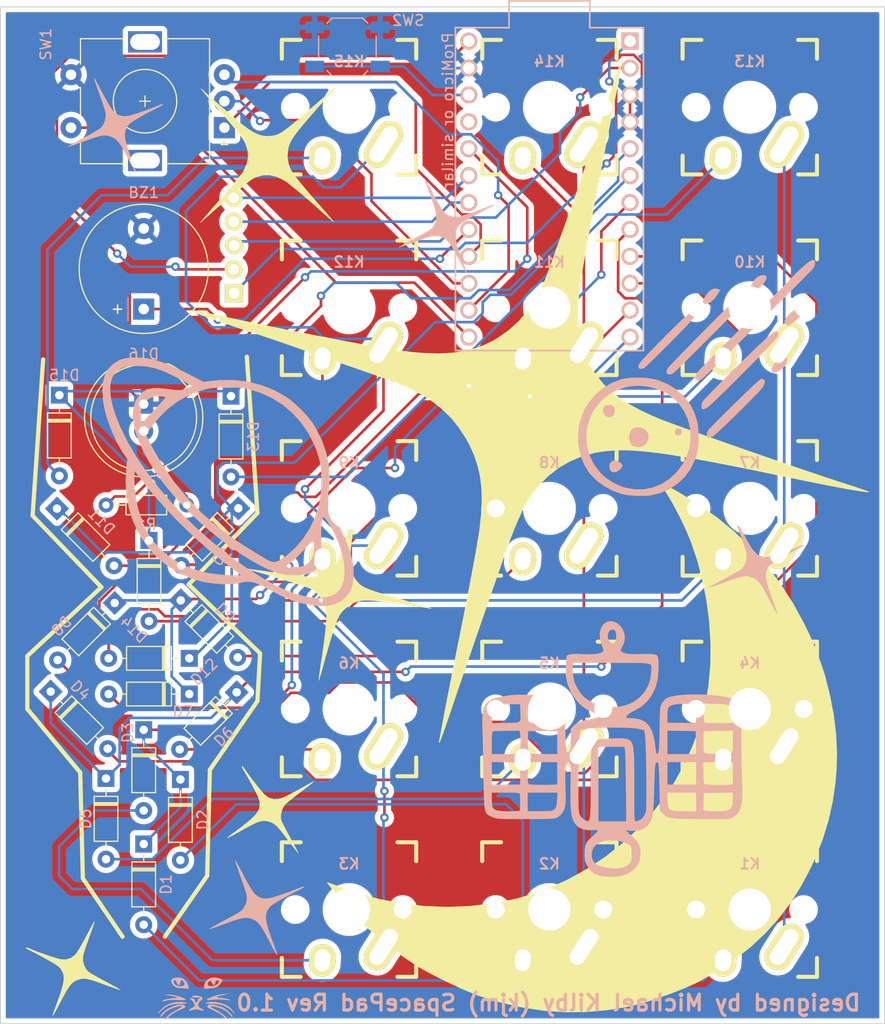
<source format=kicad_pcb>
(kicad_pcb (version 20211014) (generator pcbnew)
  (layers (0 "F.Cu" signal) (31 "B.Cu" signal) (34 "B.Paste" user) (35 "F.Paste" user) (36 "B.SilkS" user "B.Silkscreen") (37 "F.SilkS" user "F.Silkscreen") (38 "B.Mask" user) (39 "F.Mask" user) (44 "Edge.Cuts" user))
  (net 0 "")
  (net 1 "Net-(BZ1-Pad1)")
  (net 2 "+5V")
  (net 3 "Net-(D1-Pad1)")
  (net 4 "Net-(D1-Pad2)")
  (net 5 "Net-(D2-Pad2)")
  (net 6 "Net-(D3-Pad2)")
  (net 7 "Net-(D4-Pad1)")
  (net 8 "Net-(D4-Pad2)")
  (net 9 "Net-(D5-Pad2)")
  (net 10 "Net-(D6-Pad2)")
  (net 11 "Net-(D7-Pad1)")
  (net 12 "Net-(D7-Pad2)")
  (net 13 "Net-(D8-Pad2)")
  (net 14 "Net-(D9-Pad2)")
  (net 15 "Net-(D10-Pad1)")
  (net 16 "Net-(D10-Pad2)")
  (net 17 "Net-(D11-Pad2)")
  (net 18 "Net-(D12-Pad2)")
  (net 19 "Net-(D13-Pad1)")
  (net 20 "Net-(D13-Pad2)")
  (net 21 "Net-(D14-Pad2)")
  (net 22 "Net-(D15-Pad2)")
  (net 23 "Net-(D16-Pad2)")
  (net 24 "Net-(K1-Pad1)")
  (net 25 "Net-(K11-Pad1)")
  (net 26 "Net-(K12-Pad1)")
  (net 27 "Net-(SW1-PadA)")
  (net 28 "Net-(SW1-PadB)")
  (net 29 "Net-(SW1-PadC)")
  (net 30 "Net-(SW1-PadS2)")
  (net 31 "Net-(SW2-Pad1)")
  (net 32 "GND")
  (net 33 "Net-(J1-Pad1)")
  (net 34 "Net-(J2-Pad1)")
  (net 35 "Net-(J3-Pad1)")
  (net 36 "Net-(J4-Pad1)")
  (net 37 "Net-(J5-Pad1)")
  (net 38 "Net-(R1-Pad1)")
  (footprint "keebs:Mx_Alps_100" (layer "F.Cu") (at 138.09375 56.625 180)
    (fp_text reference "K11")
    (fp_text value "KEYSW" hide)
  )
  (footprint "keebs:Mx_Alps_100" (layer "F.Cu") (at 157.03125 75.5625 180)
    (fp_text reference "K7")
    (fp_text value "KEYSW" hide)
  )
  (footprint "Diode_THT:D_DO-35_SOD27_P7.62mm_Horizontal" (layer "F.Cu") (at 103.25 84.25 -45)
    (fp_text reference locked "D9")
    (fp_text value locked "1N4148")
  )
  (footprint "KiCad:moon" (layer "F.Cu") (at 140.5 100.75 110)
    (fp_text reference "G***" hide)
    (fp_text value "LOGO" hide)
  )
  (footprint "kilbyprints:star" (layer "F.Cu") (at 136.25 65.5 -15)
    (fp_text reference "G***" hide)
    (fp_text value "LOGO" hide)
  )
  (footprint "Diode_THT:D_DO-35_SOD27_P7.62mm_Horizontal" (layer "F.Cu") (at 103.21875 101.15625 -90)
    (fp_text reference "D2")
    (fp_text value "1N4148")
  )
  (footprint "keyboard_parts:PIN_1" (layer "F.Cu") (at 108.25 53)
    (fp_text reference "J3" hide)
    (fp_text value "Conn_01x01_Female" hide)
  )
  (footprint "LED_THT:LED_D10.0mm" (layer "F.Cu") (at 99.75 65.725 -90)
    (fp_text reference "D16")
    (fp_text value "LED")
  )
  (footprint "keebs:Mx_Alps_100" (layer "F.Cu") (at 138.09375 94.5 180)
    (fp_text reference "K5")
    (fp_text value "KEYSW" hide)
  )
  (footprint "keebs:Mx_Alps_100" (layer "F.Cu") (at 138.09375 37.6875 180)
    (fp_text reference "K14")
    (fp_text value "KEYSW" hide)
  )
  (footprint "Diode_THT:D_DO-35_SOD27_P7.62mm_Horizontal" (layer "F.Cu") (at 108.694077 75.555924 -135)
    (fp_text reference locked "D10")
    (fp_text value locked "1N4148")
  )
  (footprint "keebs:Mx_Alps_100" (layer "F.Cu") (at 119.15625 94.5 180)
    (fp_text reference "K6")
    (fp_text value "KEYSW" hide)
  )
  (footprint "Diode_THT:D_DO-35_SOD27_P7.62mm_Horizontal" (layer "F.Cu") (at 100.25 78.59625 -90)
    (fp_text reference "D14")
    (fp_text value "1N4148")
  )
  (footprint "Diode_THT:D_DO-35_SOD27_P7.62mm_Horizontal" (layer "F.Cu") (at 91.555924 75.587174 -45)
    (fp_text reference "D11")
    (fp_text value "1N4148")
  )
  (footprint "Diode_THT:D_DO-35_SOD27_P7.62mm_Horizontal" (layer "F.Cu") (at 96.1875 101.0625 -90)
    (fp_text reference "D5")
    (fp_text value "1N4148")
  )
  (footprint "Diode_THT:D_DO-35_SOD27_P7.62mm_Horizontal" (layer "F.Cu") (at 91.78125 64.875 -90)
    (fp_text reference "D15")
    (fp_text value "1N4148")
  )
  (footprint "keyboard_parts:PIN_1_SQUARE" (layer "F.Cu") (at 108.28125 55.25)
    (fp_text reference "J2" hide)
    (fp_text value "Conn_01x01_Female" hide)
  )
  (footprint "Diode_THT:D_DO-35_SOD27_P7.62mm_Horizontal" (layer "F.Cu") (at 108.537827 92.930924 -135)
    (fp_text reference locked "D6")
    (fp_text value locked "1N4148")
  )
  (footprint "keebs:Mx_Alps_100" (layer "F.Cu") (at 119.15625 37.6875 180)
    (fp_text reference "K15")
    (fp_text value "KEYSW" hide)
  )
  (footprint "Resistor_THT:R_Axial_DIN0204_L3.6mm_D1.6mm_P7.62mm_Horizontal" (layer "F.Cu") (at 96.19 75.25)
    (fp_text reference "R1")
    (fp_text value "R")
  )
  (footprint "kilbyprints:babystar" (layer "F.Cu") (at 124 86.75 78)
    (fp_text reference "G***" hide)
    (fp_text value "LOGO" hide)
  )
  (footprint "Rotary_Encoder:RotaryEncoder_Alps_EC11E-Switch_Vertical_H20mm" (layer "F.Cu") (at 107.375 39.625 180)
    (fp_text reference "SW1")
    (fp_text value "RotaryEncoder_Switch")
  )
  (footprint "Diode_THT:D_DO-35_SOD27_P7.62mm_Horizontal" (layer "F.Cu") (at 99.75 107.25 -90)
    (fp_text reference "D1")
    (fp_text value "1N4148")
  )
  (footprint "Diode_THT:D_DO-35_SOD27_P7.62mm_Horizontal" (layer "F.Cu") (at 104.06 89.71875 180)
    (fp_text reference "D12")
    (fp_text value "1N4148")
  )
  (footprint "keebs:Mx_Alps_100" (layer "F.Cu") (at 119.15625 56.625 180)
    (fp_text reference "K12")
    (fp_text value "KEYSW" hide)
  )
  (footprint "kilbyprints:babystar" (layer "F.Cu") (at 117.671158 39.310314 135)
    (fp_text reference "G***" hide)
    (fp_text value "LOGO" hide)
  )
  (footprint "Diode_THT:D_DO-35_SOD27_P7.62mm_Horizontal" (layer "F.Cu") (at 90.962174 92.861846 -45)
    (fp_text reference "D4")
    (fp_text value "1N4148")
  )
  (footprint "kilbyprints:bepistar" (layer "F.Cu") (at 103.165487 121.859668 66)
    (fp_text reference "G***" hide)
    (fp_text value "LOGO" hide)
  )
  (footprint "Diode_THT:D_DO-35_SOD27_P7.62mm_Horizontal" (layer "F.Cu") (at 97.006577 84.493424 -135)
    (fp_text reference locked "D8")
    (fp_text value "1N4148")
  )
  (footprint "Buzzer_Beeper:Buzzer_12x9.5RM7.6" (layer "F.Cu") (at 99.75 56.75 90)
    (fp_text reference "BZ1")
    (fp_text value "Buzzer")
  )
  (footprint "keebs:Mx_Alps_100" (layer "F.Cu") (at 119.15625 75.5625 180)
    (fp_text reference "K9")
    (fp_text value "KEYSW" hide)
  )
  (footprint "keebs:Mx_Alps_100" (layer "F.Cu") (at 138.09375 113.4375 180)
    (fp_text reference "K2")
    (fp_text value "KEYSW" hide)
  )
  (footprint "Diode_THT:D_DO-35_SOD27_P7.62mm_Horizontal" (layer "F.Cu") (at 104.06 93.09375 180)
    (fp_text reference "D7")
    (fp_text value "1N4148")
  )
  (footprint "keyboard_parts:PIN_1" (layer "F.Cu") (at 108.25 46.25)
    (fp_text reference "J4" hide)
    (fp_text value "Conn_01x01_Female" hide)
  )
  (footprint "keebs:Mx_Alps_100" (layer "F.Cu") (at 157.03125 37.6875 180)
    (fp_text reference "K13")
    (fp_text value "KEYSW" hide)
  )
  (footprint "keebs:Mx_Alps_100" (layer "F.Cu") (at 157.03125 56.625 180)
    (fp_text reference "K10")
    (fp_text value "KEYSW" hide)
  )
  (footprint "kilbyprints:bepistar" (layer "F.Cu") (at 118.617545 111.868407 33)
    (fp_text reference "G***" hide)
    (fp_text value "LOGO" hide)
  )
  (footprint "keebs:Mx_Alps_100" (layer "F.Cu") (at 157.03125 94.5 180)
    (fp_text reference "K4")
    (fp_text value "KEYSW" hide)
  )
  (footprint "Diode_THT:D_DO-35_SOD27_P7.62mm_Horizontal" (layer "F.Cu") (at 99.75 96.46875 -90)
    (fp_text reference "D3")
    (fp_text value "1N4148")
  )
  (footprint "keyboard_parts:PIN_1" (layer "F.Cu") (at 108.28125 50.75)
    (fp_text reference "J1" hide)
    (fp_text value "Conn_01x01_Female" hide)
  )
  (footprint "keebs:Mx_Alps_100" (layer "F.Cu") (at 157.03125 113.4375 180)
    (fp_text reference "K1")
    (fp_text value "KEYSW" hide)
  )
  (footprint "Diode_THT:D_DO-35_SOD27_P7.62mm_Horizontal" (layer "F.Cu") (at 108 64.96875 -90)
    (fp_text reference "D13")
    (fp_text value locked "1N4148")
  )
  (footprint "keyboard_parts:PIN_1" (layer "F.Cu") (at 108.25 48.5)
    (fp_text reference "J5" hide)
    (fp_text value "Conn_01x01_Female" hide)
  )
  (footprint "keebs:Mx_Alps_100" (layer "F.Cu") (at 138.09375 75.5625 180)
    (fp_text reference "K8")
    (fp_text value "KEYSW" hide)
  )
  (footprint "keebs:Mx_Alps_100" (layer "F.Cu") (at 119.15625 113.4375 180)
    (fp_text reference "K3")
    (fp_text value "KEYSW" hide)
  )
  (footprint "kilbyprints:astroid" (layer "B.Cu") (at 150.598146 62.915983 180)
    (fp_text reference "G***" hide)
    (fp_text value "LOGO" hide)
  )
  (footprint "Button_Switch_SMD:SW_SPST_SKQG_WithoutStem" (layer "B.Cu") (at 119 32)
    (fp_text reference "SW2")
    (fp_text value "SW_PUSH")
  )
  (footprint "kilbyprints:smallcat" (layer "B.Cu") (at 102.227443 123.900136 180)
    (fp_text reference "G***" hide)
    (fp_text value "LOGO" hide)
  )
  (footprint "kilbyprints:saturn" (layer "B.Cu") (at 107.75 73 180)
    (fp_text reference "G***" hide)
    (fp_text value "LOGO" hide)
  )
  (footprint "kilbyprints:satalite" (layer "B.Cu") (at 144 98.25 180)
    (fp_text reference "G***" hide)
    (fp_text value "LOGO" hide)
  )
  (footprint "kilbyprints:bepistar" (layer "B.Cu") (at 87 42.25 114)
    (fp_text reference "G***" hide)
    (fp_text value "LOGO" hide)
  )
  (footprint "kilbyprints:bepistar" (layer "B.Cu") (at 100.334514 116.109668 114)
    (fp_text reference "G***" hide)
    (fp_text value "LOGO" hide)
  )
  (footprint "promicro:ProMicro" (layer "B.Cu") (at 138.09375 45.42625 -90)
    (fp_text reference "ProMicro or similar")
    (fp_text value "ProMicro")
  )
  (footprint "kilbyprints:bepistar" (layer "B.Cu") (at 118.25 51.75 114)
    (fp_text reference "G***" hide)
    (fp_text value "LOGO" hide)
  )
  (footprint "kilbyprints:bepistar" (layer "B.Cu") (at 147.584514 83.859668 114)
    (fp_text reference "G***" hide)
    (fp_text value "LOGO" hide)
  )
  (gr_line (start 89.25 76.25) (end 90.25 61.5) (layer "F.SilkS") (width 0.4))
  (gr_line (start 88.75 89.5) (end 95.75 83) (layer "F.SilkS") (width 0.4))
  (gr_line (start 109.5 61.25) (end 110.5 76) (layer "F.SilkS") (width 0.4))
  (gr_line (start 88.75 94.5) (end 88.75 89.5) (layer "F.SilkS") (width 0.4))
  (gr_line (start 97.75 116) (end 94 110.5) (layer "F.SilkS") (width 0.4))
  (gr_line (start 106 100.25) (end 105.75 110.25) (layer "F.SilkS") (width 0.4))
  (gr_line (start 94 110.5) (end 93.75 100.5) (layer "F.SilkS") (width 0.4))
  (gr_line (start 110.5 93.75) (end 110.75 89.25) (layer "F.SilkS") (width 0.4))
  (gr_line (start 104 82.75) (end 110.75 89.25) (layer "F.SilkS") (width 0.4))
  (gr_line (start 110.5 93.75) (end 106 100.25) (layer "F.SilkS") (width 0.4))
  (gr_line (start 95.75 83) (end 89.25 76.25) (layer "F.SilkS") (width 0.4))
  (gr_line (start 105.75 110.25) (end 101.75 116) (layer "F.SilkS") (width 0.4))
  (gr_line (start 110.5 76) (end 104 82.75) (layer "F.SilkS") (width 0.4))
  (gr_line (start 93.75 100.5) (end 88.75 94.5) (layer "F.SilkS") (width 0.4))
  (gr_rect (start 169.78125 124.21875) (end 86.21875 28.21875) (layer "Edge.Cuts") (width 0.1) (fill none))
  (gr_text "Designed by Michael Kilby (kjm) SpacePad Rev 1.0" (at 138 122.25) (layer "B.SilkS") (effects (font (size 1.5 1.5) (thickness 0.3)) (justify mirror)))
  (segment (start 127.75 52) (end 127.75 51.96) (width 0.25) (layer "F.Cu") (net 1))
  (segment (start 105.75 56.75) (end 106.75 57.75) (width 0.25) (layer "F.Cu") (net 1))
  (segment (start 127.75 51.96) (end 130.47375 49.23625) (width 0.25) (layer "F.Cu") (net 1))
  (segment (start 99.75 56.75) (end 105.75 56.75) (width 0.25) (layer "F.Cu") (net 1))
  (via (at 127.75 52) (size 0.8) (drill 0.4) (layers "F.Cu" "B.Cu") (net 1))
  (via (at 106.75 57.75) (size 0.8) (drill 0.4) (layers "F.Cu" "B.Cu") (net 1))
  (segment (start 106.75 57.75) (end 109.236842 57.75) (width 0.25) (layer "B.Cu") (net 1))
  (segment (start 109.236842 57.75) (end 114.986842 52) (width 0.25) (layer "B.Cu") (net 1))
  (segment (start 114.986842 52) (end 127.75 52) (width 0.25) (layer "B.Cu") (net 1))
  (segment (start 127.194679 95.725421) (end 123.469258 92) (width 0.25) (layer "F.Cu") (net 3))
  (segment (start 117.275489 92.974511) (end 113.661207 92.974511) (width 0.25) (layer "F.Cu") (net 3))
  (segment (start 118.25 92) (end 117.275489 92.974511) (width 0.25) (layer "F.Cu") (net 3))
  (segment (start 163.336671 56.117413) (end 163.336671 78.663329) (width 0.25) (layer "F.Cu") (net 3))
  (segment (start 139.434424 100.55734) (end 134.602505 95.725421) (width 0.25) (layer "F.Cu") (net 3))
  (segment (start 134.602505 95.725421) (end 127.194679 95.725421) (width 0.25) (layer "F.Cu") (net 3))
  (segment (start 113.661207 92.974511) (end 110.166968 96.46875) (width 0.25) (layer "F.Cu") (net 3))
  (segment (start 123.469258 92) (end 118.25 92) (width 0.25) (layer "F.Cu") (net 3))
  (segment (start 145.71375 51.77625) (end 158.995508 51.77625) (width 0.25) (layer "F.Cu") (net 3))
  (segment (start 163.336671 78.663329) (end 141.44266 100.55734) (width 0.25) (layer "F.Cu") (net 3))
  (segment (start 141.44266 100.55734) (end 139.434424 100.55734) (width 0.25) (layer "F.Cu") (net 3))
  (segment (start 158.995508 51.77625) (end 163.336671 56.117413) (width 0.25) (layer "F.Cu") (net 3))
  (segment (start 110.166968 96.46875) (end 99.75 96.46875) (width 0.25) (layer "F.Cu") (net 3))
  (segment (start 103.21875 103.78125) (end 103.21875 101.15625) (width 0.25) (layer "B.Cu") (net 3))
  (segment (start 103.21875 101.15625) (end 99.75 97.6875) (width 0.25) (layer "B.Cu") (net 3))
  (segment (start 99.75 97.6875) (end 99.75 96.46875) (width 0.25) (layer "B.Cu") (net 3))
  (segment (start 99.75 107.25) (end 103.21875 103.78125) (width 0.25) (layer "B.Cu") (net 3))
  (segment (start 152.60669 120.13206) (end 154.51125 118.2275) (width 0.25) (layer "B.Cu") (net 4))
  (segment (start 105.01206 120.13206) (end 152.60669 120.13206) (width 0.25) (layer "B.Cu") (net 4))
  (segment (start 99.75 114.87) (end 105.01206 120.13206) (width 0.25) (layer "B.Cu") (net 4))
  (segment (start 134 103.5) (end 135.57375 105.07375) (width 0.25) (layer "B.Cu") (net 5))
  (segment (start 103.21875 108.77625) (end 108.495 103.5) (width 0.25) (layer "B.Cu") (net 5))
  (segment (start 108.495 103.5) (end 134 103.5) (width 0.25) (layer "B.Cu") (net 5))
  (segment (start 135.57375 105.07375) (end 135.57375 118.2275) (width 0.25) (layer "B.Cu") (net 5))
  (segment (start 99.75 104.08875) (end 95.16125 104.08875) (width 0.25) (layer "B.Cu") (net 6))
  (segment (start 91.75 110.25) (end 93 111.5) (width 0.25) (layer "B.Cu") (net 6))
  (segment (start 99.5 111.5) (end 106.2275 118.2275) (width 0.25) (layer "B.Cu") (net 6))
  (segment (start 95.16125 104.08875) (end 91.75 107.5) (width 0.25) (layer "B.Cu") (net 6))
  (segment (start 91.75 107.5) (end 91.75 110.25) (width 0.25) (layer "B.Cu") (net 6))
  (segment (start 93 111.5) (end 99.5 111.5) (width 0.25) (layer "B.Cu") (net 6))
  (segment (start 106.2275 118.2275) (end 116.63625 118.2275) (width 0.25) (layer "B.Cu") (net 6))
  (segment (start 146.481739 55.731739) (end 148.75 58) (width 0.25) (layer "F.Cu") (net 7))
  (segment (start 144.589239 50.360761) (end 144.589239 55.073017) (width 0.25) (layer "F.Cu") (net 7))
  (segment (start 148.75 84.75) (end 143 90.5) (width 0.25) (layer "F.Cu") (net 7))
  (segment (start 145.71375 49.23625) (end 144.589239 50.360761) (width 0.25) (layer "F.Cu") (net 7))
  (segment (start 110.468751 91) (end 108.537827 92.930924) (width 0.25) (layer "F.Cu") (net 7))
  (segment (start 148.75 58) (end 148.75 84.75) (width 0.25) (layer "F.Cu") (net 7))
  (segment (start 124.5 91) (end 110.468751 91) (width 0.25) (layer "F.Cu") (net 7))
  (segment (start 144.589239 55.073017) (end 145.247961 55.731739) (width 0.25) (layer "F.Cu") (net 7))
  (segment (start 145.247961 55.731739) (end 146.481739 55.731739) (width 0.25) (layer "F.Cu") (net 7))
  (via (at 124.5 91) (size 0.8) (drill 0.4) (layers "F.Cu" "B.Cu") (net 7))
  (via (at 143 90.5) (size 0.8) (drill 0.4) (layers "F.Cu" "B.Cu") (net 7))
  (segment (start 90.962174 93.024674) (end 90.962174 95.837174) (width 0.25) (layer "B.Cu") (net 7))
  (segment (start 90.962174 95.837174) (end 96.1875 101.0625) (width 0.25) (layer "B.Cu") (net 7))
  (segment (start 143 90.5) (end 125 90.5) (width 0.25) (layer "B.Cu") (net 7))
  (segment (start 106.124512 95.344239) (end 108.537827 92.930924) (width 0.25) (layer "B.Cu") (net 7))
  (segment (start 98.444078 95.344239) (end 106.124512 95.344239) (width 0.25) (layer "B.Cu") (net 7))
  (segment (start 97.474839 99.775161) (end 96.1875 101.0625) (width 0.25) (layer "B.Cu") (net 7))
  (segment (start 125 90.5) (end 124.5 91) (width 0.25) (layer "B.Cu") (net 7))
  (segment (start 97.474839 96.313478) (end 97.474839 99.775161) (width 0.25) (layer "B.Cu") (net 7))
  (segment (start 97.474839 96.313478) (end 98.444078 95.344239) (width 0.25) (layer "B.Cu") (net 7))
  (segment (start 114.196505 99.443589) (end 115.947476 101.19456) (width 0.25) (layer "F.Cu") (net 8))
  (segment (start 96.350328 98.412828) (end 97.381089 99.443589) (width 0.25) (layer "F.Cu") (net 8))
  (segment (start 152.60669 101.19456) (end 154.51125 99.29) (width 0.25) (layer "F.Cu") (net 8))
  (segment (start 115.947476 101.19456) (end 152.60669 101.19456) (width 0.25) (layer "F.Cu") (net 8))
  (segment (start 97.381089 99.443589) (end 114.196505 99.443589) (width 0.25) (layer "F.Cu") (net 8))
  (segment (start 131.86375 103) (end 135.57375 99.29) (width 0.25) (layer "B.Cu") (net 9))
  (segment (start 96.1875 108.6825) (end 100.566522 108.6825) (width 0.25) (layer "B.Cu") (net 9))
  (segment (start 100.566522 108.6825) (end 106.249022 103) (width 0.25) (layer "B.Cu") (net 9))
  (segment (start 106.249022 103) (end 131.86375 103) (width 0.25) (layer "B.Cu") (net 9))
  (segment (start 103.149673 98.319078) (end 115.665328 98.319078) (width 0.25) (layer "F.Cu") (net 10))
  (segment (start 115.665328 98.319078) (end 116.63625 99.29) (width 0.25) (layer "F.Cu") (net 10))
  (segment (start 145.71375 46.69625) (end 143 49.41) (width 0.25) (layer "F.Cu") (net 11))
  (segment (start 110.381576 84.118424) (end 110.75 83.75) (width 0.25) (layer "F.Cu") (net 11))
  (segment (start 102.962174 84.118424) (end 110.381576 84.118424) (width 0.25) (layer "F.Cu") (net 11))
  (segment (start 143 49.41) (end 143 53.5) (width 0.25) (layer "F.Cu") (net 11))
  (segment (start 113.5 80.5) (end 113.5 81) (width 0.25) (layer "F.Cu") (net 11))
  (segment (start 123.5 71.75) (end 119.619296 71.75) (width 0.25) (layer "F.Cu") (net 11))
  (segment (start 115.301671 78.698329) (end 113.5 80.5) (width 0.25) (layer "F.Cu") (net 11))
  (segment (start 115.301671 76.067625) (end 115.301671 78.698329) (width 0.25) (layer "F.Cu") (net 11))
  (segment (start 119.619296 71.75) (end 115.301671 76.067625) (width 0.25) (layer "F.Cu") (net 11))
  (via (at 113.5 81) (size 0.8) (drill 0.4) (layers "F.Cu" "B.Cu") (net 11))
  (via (at 123.5 71.75) (size 0.8) (drill 0.4) (layers "F.Cu" "B.Cu") (net 11))
  (via (at 143 53.5) (size 0.8) (drill 0.4) (layers "F.Cu" "B.Cu") (net 11))
  (via (at 110.75 83.75) (size 0.8) (drill 0.4) (layers "F.Cu" "B.Cu") (net 11))
  (segment (start 140.462171 57.606033) (end 139.074783 58.993421) (width 0.25) (layer "B.Cu") (net 11))
  (segment (start 97.250001 84.25) (end 97.006577 84.493424) (width 0.25) (layer "B.Cu") (net 11))
  (segment (start 123.5 69.831362) (end 123.5 71.75) (width 0.25) (layer "B.Cu") (net 11))
  (segment (start 143 53.5) (end 140.462171 56.037829) (width 0.25) (layer "B.Cu") (net 11))
  (segment (start 110.75 83.75) (end 113.5 81) (width 0.25) (layer "B.Cu") (net 11))
  (segment (start 140.462171 56.037829) (end 140.462171 57.606033) (width 0.25) (layer "B.Cu") (net 11))
  (segment (start 102.396488 91.430238) (end 104.06 93.09375) (width 0.25) (layer "B.Cu") (net 11))
  (segment (start 103.25 84.25) (end 97.250001 84.25) (width 0.25) (layer "B.Cu") (net 11))
  (segment (start 134.337941 58.993421) (end 123.5 69.831362) (width 0.25) (layer "B.Cu") (net 11))
  (segment (start 139.074783 58.993421) (end 134.337941 58.993421) (width 0.25) (layer "B.Cu") (net 11))
  (segment (start 102.396488 85.103512) (end 103.25 84.25) (width 0.25) (layer "B.Cu") (net 11))
  (segment (start 102.396488 91.430238) (end 102.396488 85.103512) (width 0.25) (layer "B.Cu") (net 11))
  (segment (start 97.733065 94.386815) (end 96.44 93.09375) (width 0.25) (layer "F.Cu") (net 12))
  (segment (start 113.75 92.25) (end 111.613185 94.386815) (width 0.25) (layer "F.Cu") (net 12))
  (segment (start 111.613185 94.386815) (end 97.733065 94.386815) (width 0.25) (layer "F.Cu") (net 12))
  (via (at 113.75 92.25) (size 0.8) (drill 0.4) (layers "F.Cu" "B.Cu") (net 12))
  (segment (start 113.75 83.23875) (end 116.63625 80.3525) (width 0.25) (layer "B.Cu") (net 12))
  (segment (start 113.75 92.25) (end 113.75 83.23875) (width 0.25) (layer "B.Cu") (net 12))
  (segment (start 98.908261 85.091739) (end 101.091739 85.091739) (width 0.25) (layer "F.Cu") (net 13))
  (segment (start 91.618423 89.881578) (end 93.236845 91.5) (width 0.25) (layer "F.Cu") (net 13))
  (segment (start 93.236845 91.5) (end 97.5 91.5) (width 0.25) (layer "F.Cu") (net 13))
  (segment (start 101.091739 85.091739) (end 101.75 85.75) (width 0.25) (layer "F.Cu") (net 13))
  (segment (start 101.75 85.75) (end 111.25 85.75) (width 0.25) (layer "F.Cu") (net 13))
  (segment (start 112.75 84.25) (end 116.5 84.25) (width 0.25) (layer "F.Cu") (net 13))
  (segment (start 98.5 85.5) (end 98.908261 85.091739) (width 0.25) (layer "F.Cu") (net 13))
  (segment (start 97.5 91.5) (end 98.5 90.5) (width 0.25) (layer "F.Cu") (net 13))
  (segment (start 98.5 90.5) (end 98.5 85.5) (width 0.25) (layer "F.Cu") (net 13))
  (segment (start 111.25 85.75) (end 112.75 84.25) (width 0.25) (layer "F.Cu") (net 13))
  (via (at 116.5 84.25) (size 0.8) (drill 0.4) (layers "F.Cu" "B.Cu") (net 13))
  (segment (start 116.5 84.25) (end 150.61375 84.25) (width 0.25) (layer "B.Cu") (net 13))
  (segment (start 150.61375 84.25) (end 154.51125 80.3525) (width 0.25) (layer "B.Cu") (net 13))
  (segment (start 108.350328 89.506578) (end 126.419672 89.506578) (width 0.25) (layer "F.Cu") (net 14))
  (segment (start 126.419672 89.506578) (end 135.57375 80.3525) (width 0.25) (layer "F.Cu") (net 14))
  (segment (start 130.939539 57.980761) (end 127.293397 57.980761) (width 0.25) (layer "B.Cu") (net 15))
  (segment (start 108.069077 85.993423) (end 108.069077 75.493424) (width 0.25) (layer "B.Cu") (net 15))
  (segment (start 145.71375 44.15625) (end 134.470421 55.399579) (width 0.25) (layer "B.Cu") (net 15))
  (segment (start 106.75 74.174347) (end 108.069077 75.493424) (width 0.25) (layer "B.Cu") (net 15))
  (segment (start 114.024158 71.25) (end 107.25 71.25) (width 0.25) (layer "B.Cu") (net 15))
  (segment (start 103.84174 79.720761) (end 95.845761 79.720761) (width 0.25) (layer "B.Cu") (net 15))
  (segment (start 108.069077 75.493424) (end 103.84174 79.720761) (width 0.25) (layer "B.Cu") (net 15))
  (segment (start 127.293397 57.980761) (end 114.024158 71.25) (width 0.25) (layer "B.Cu") (net 15))
  (segment (start 108.069077 85.993423) (end 104.34375 89.71875) (width 0.25) (layer "B.Cu") (net 15))
  (segment (start 95.845761 79.720761) (end 91.712174 75.587174) (width 0.25) (layer "B.Cu") (net 15))
  (segment (start 106.75 71.75) (end 106.75 74.174347) (width 0.25) (layer "B.Cu") (net 15))
  (segment (start 132.506163 55.399579) (end 131.788329 56.117413) (width 0.25) (layer "B.Cu") (net 15))
  (segment (start 107.25 71.25) (end 106.75 71.75) (width 0.25) (layer "B.Cu") (net 15))
  (segment (start 134.470421 55.399579) (end 132.506163 55.399579) (width 0.25) (layer "B.Cu") (net 15))
  (segment (start 131.788329 56.117413) (end 131.788329 57.131971) (width 0.25) (layer "B.Cu") (net 15))
  (segment (start 104.34375 89.71875) (end 104.06 89.71875) (width 0.25) (layer "B.Cu") (net 15))
  (segment (start 131.788329 57.131971) (end 130.939539 57.980761) (width 0.25) (layer "B.Cu") (net 15))
  (segment (start 111.118422 80.881578) (end 111.118422 76.381578) (width 0.25) (layer "F.Cu") (net 16))
  (segment (start 113.449897 74.050103) (end 114.275489 74.050103) (width 0.25) (layer "F.Cu") (net 16))
  (segment (start 116.025489 74.474511) (end 125.775489 64.724511) (width 0.25) (layer "F.Cu") (net 16))
  (segment (start 114.275489 74.050103) (end 114.699897 74.474511) (width 0.25) (layer "F.Cu") (net 16))
  (segment (start 102.680923 80.881578) (end 111.118422 80.881578) (width 0.25) (layer "F.Cu") (net 16))
  (segment (start 125.775489 64.724511) (end 132.264239 64.724511) (width 0.25) (layer "F.Cu") (net 16))
  (segment (start 114.699897 74.474511) (end 116.025489 74.474511) (width 0.25) (layer "F.Cu") (net 16))
  (segment (start 111.118422 76.381578) (end 113.449897 74.050103) (width 0.25) (layer "F.Cu") (net 16))
  (segment (start 132.264239 64.724511) (end 135.57375 61.415) (width 0.25) (layer "F.Cu") (net 16))
  (segment (start 116.63625 65.61375) (end 116.63625 61.415) (width 0.25) (layer "F.Cu") (net 17))
  (segment (start 116.63625 65.61375) (end 113 69.25) (width 0.25) (layer "F.Cu") (net 17))
  (segment (start 97.100328 80.975328) (end 101.024672 80.975328) (width 0.25) (layer "F.Cu") (net 17))
  (segment (start 113 69.25) (end 106.25 69.25) (width 0.25) (layer "F.Cu") (net 17))
  (segment (start 106.25 69.25) (end 105.75 69.75) (width 0.25) (layer "F.Cu") (net 17))
  (segment (start 105.75 76.25) (end 101.024672 80.975328) (width 0.25) (layer "F.Cu") (net 17))
  (segment (start 105.75 69.75) (end 105.75 76.25) (width 0.25) (layer "F.Cu") (net 17))
  (segment (start 96.44 85.9925) (end 95.550686 85.103186) (width 0.25) (layer "F.Cu") (net 18))
  (segment (start 123 73.75) (end 127.5 73.75) (width 0.25) (layer "F.Cu") (net 18))
  (segment (start 96.44 89.71875) (end 96.44 85.9925) (width 0.25) (layer "F.Cu") (net 18))
  (segment (start 127.5 73.75) (end 136.25 65) (width 0.25) (layer "F.Cu") (net 18))
  (segment (start 118.75 79.318204) (end 122.25 75.818204) (width 0.25) (layer "F.Cu") (net 18))
  (segment (start 118.25 82.5) (end 118.75 82) (width 0.25) (layer "F.Cu") (net 18))
  (segment (start 95.550686 85.103186) (end 95.550686 84.359003) (width 0.25) (layer "F.Cu") (net 18))
  (segment (start 95.550686 84.359003) (end 97.409689 82.5) (width 0.25) (layer "F.Cu") (net 18))
  (segment (start 122.25 75.818204) (end 122.25 74.5) (width 0.25) (layer "F.Cu") (net 18))
  (segment (start 97.409689 82.5) (end 118.25 82.5) (width 0.25) (layer "F.Cu") (net 18))
  (segment (start 122.25 74.5) (end 123 73.75) (width 0.25) (layer "F.Cu") (net 18))
  (segment (start 118.75 82) (end 118.75 79.318204) (width 0.25) (layer "F.Cu") (net 18))
  (via (at 136.25 65) (size 0.8) (drill 0.4) (layers "F.Cu" "B.Cu") (net 18))
  (segment (start 136.25 65) (end 150.92625 65) (width 0.25) (layer "B.Cu") (net 18))
  (segment (start 150.92625 65) (end 154.51125 61.415) (width 0.25) (layer "B.Cu") (net 18))
  (segment (start 116.5 56.46875) (end 108 64.96875) (width 0.25) (layer "F.Cu") (net 19))
  (segment (start 116.5 55.5) (end 116.5 56.46875) (width 0.25) (layer "F.Cu") (net 19))
  (via (at 116.5 55.5) (size 0.8) (drill 0.4) (layers "F.Cu" "B.Cu") (net 19))
  (segment (start 107.531739 64.500489) (end 92.155761 64.500489) (width 0.25) (layer "B.Cu") (net 19))
  (segment (start 144.589239 42.740761) (end 144.589239 44.645043) (width 0.25) (layer "B.Cu") (net 19))
  (segment (start 91.78125 64.875) (end 100.25 73.34375) (width 0.25) (layer "B.Cu") (net 19))
  (segment (start 108 64.96875) (end 107.531739 64.500489) (width 0.25) (layer "B.Cu") (net 19))
  (segment (start 92.155761 64.500489) (end 91.78125 64.875) (width 0.25) (layer "B.Cu") (net 19))
  (segment (start 131.430241 54.950059) (end 130.648561 55.731739) (width 0.25) (layer "B.Cu") (net 19))
  (segment (start 145.71375 41.61625) (end 144.589239 42.740761) (width 0.25) (layer "B.Cu") (net 19))
  (segment (start 134.284223 54.950059) (end 131.430241 54.950059) (width 0.25) (layer "B.Cu") (net 19))
  (segment (start 125.075997 55.731739) (end 123.600837 54.256579) (width 0.25) (layer "B.Cu") (net 19))
  (segment (start 117.743421 54.256579) (end 116.5 55.5) (width 0.25) (layer "B.Cu") (net 19))
  (segment (start 100.25 73.34375) (end 100.25 78.59625) (width 0.25) (layer "B.Cu") (net 19))
  (segment (start 130.648561 55.731739) (end 125.075997 55.731739) (width 0.25) (layer "B.Cu") (net 19))
  (segment (start 123.600837 54.256579) (end 117.743421 54.256579) (width 0.25) (layer "B.Cu") (net 19))
  (segment (start 144.589239 44.645043) (end 134.284223 54.950059) (width 0.25) (layer "B.Cu") (net 19))
  (segment (start 135.725329 55.643967) (end 143.548535 47.820761) (width 0.25) (layer "B.Cu") (net 20))
  (segment (start 143.548535 47.820761) (end 149.167989 47.820761) (width 0.25) (layer "B.Cu") (net 20))
  (segment (start 108 72.58875) (end 118.87155 72.58875) (width 0.25) (layer "B.Cu") (net 20))
  (segment (start 135.725329 55.734971) (end 135.725329 55.643967) (width 0.25) (layer "B.Cu") (net 20))
  (segment (start 154.51125 42.4775) (end 149.167989 47.820761) (width 0.25) (layer "B.Cu") (net 20))
  (segment (start 118.87155 72.58875) (end 135.725329 55.734971) (width 0.25) (layer "B.Cu") (net 20))
  (segment (start 140.462171 57.606033) (end 140.462171 47.365921) (width 0.25) (layer "F.Cu") (net 21))
  (segment (start 117.995408 86.21625) (end 139.074783 65.136875) (width 0.25) (layer "F.Cu") (net 21))
  (segment (start 140.462171 47.365921) (end 135.57375 42.4775) (width 0.25) (layer "F.Cu") (net 21))
  (segment (start 139.074783 58.993421) (end 140.462171 57.606033) (width 0.25) (layer "F.Cu") (net 21))
  (segment (start 139.074783 65.136875) (end 139.074783 58.993421) (width 0.25) (layer "F.Cu") (net 21))
  (segment (start 117.995408 86.21625) (end 100.25 86.21625) (width 0.25) (layer "F.Cu") (net 21))
  (segment (start 102 46) (end 105.5225 42.4775) (width 0.25) (layer "B.Cu") (net 22))
  (segment (start 90.656739 71.370489) (end 90.656739 51.093261) (width 0.25) (layer "B.Cu") (net 22))
  (segment (start 90.656739 51.093261) (end 95.75 46) (width 0.25) (layer "B.Cu") (net 22))
  (segment (start 105.5225 42.4775) (end 116.63625 42.4775) (width 0.25) (layer "B.Cu") (net 22))
  (segment (start 91.78125 72.495) (end 90.656739 71.370489) (width 0.25) (layer "B.Cu") (net 22))
  (segment (start 95.75 46) (end 102 46) (width 0.25) (layer "B.Cu") (net 22))
  (segment (start 99.75 68.265) (end 99.75 70.34625) (width 0.25) (layer "B.Cu") (net 23))
  (segment (start 99.75 70.34625) (end 103.84125 74.4375) (width 0.25) (layer "B.Cu") (net 23))
  (segment (start 154.662829 57.603571) (end 154.662829 57.606033) (width 0.25) (layer "F.Cu") (net 24))
  (segment (start 145.71375 54.31625) (end 151.375508 54.31625) (width 0.25) (layer "F.Cu") (net 24))
  (segment (start 151.375508 54.31625) (end 154.662829 57.603571) (width 0.25) (layer "F.Cu") (net 24))
  (segment (start 154.662829 57.606033) (end 157.201796 60.145) (width 0.25) (layer "F.Cu") (net 24))
  (segment (start 157.201796 60.145) (end 160.28625 60.145) (width 0.25) (layer "F.Cu") (net 24))
  (segment (start 160.28625 79.0825) (end 160.28625 98.02) (width 0.25) (layer "B.Cu") (net 24))
  (segment (start 160.28625 60.145) (end 160.28625 79.0825) (width 0.25) (layer "B.Cu") (net 24))
  (segment (start 160.28625 98.02) (end 160.28625 116.9575) (width 0.25) (layer "B.Cu") (net 24))
  (segment (start 160.28625 41.2075) (end 160.28625 60.145) (width 0.25) (layer "B.Cu") (net 24))
  (segment (start 145.71375 56.85625) (end 142.425 60.145) (width 0.25) (layer "F.Cu") (net 25))
  (segment (start 142.425 60.145) (end 141.34875 60.145) (width 0.25) (layer "F.Cu") (net 25))
  (segment (start 141.34875 98.02) (end 141.34875 79.0825) (width 0.25) (layer "F.Cu") (net 25))
  (segment (start 141.34875 79.0825) (end 141.34875 60.145) (width 0.25) (layer "F.Cu") (net 25))
  (segment (start 141.34875 60.145) (end 141.34875 41.2075) (width 0.25) (layer "F.Cu") (net 25))
  (segment (start 141.34875 116.9575) (end 141.34875 98.02) (width 0.25) (layer "B.Cu") (net 25))
  (segment (start 122.41125 66.16125) (end 122.41125 60.145) (width 0.25) (layer "F.Cu") (net 26))
  (segment (start 122.5 104.75) (end 122.5 102.25) (width 0.25) (layer "F.Cu") (net 26))
  (segment (start 130.5 64) (end 125 64) (width 0.25) (layer "F.Cu") (net 26))
  (segment (start 122.41125 66.33875) (end 122.41125 66.16125) (width 0.25) (layer "F.Cu") (net 26))
  (segment (start 115 73.75) (end 122.41125 66.33875) (width 0.25) (layer "F.Cu") (net 26))
  (segment (start 122.41125 61.41125) (end 122.41125 60.145) (width 0.25) (layer "F.Cu") (net 26))
  (segment (start 125 64) (end 122.41125 61.41125) (width 0.25) (layer "F.Cu") (net 26))
  (via (at 115 73.75) (size 0.8) (drill 0.4) (layers "F.Cu" "B.Cu") (net 26))
  (via (at 122.5 104.75) (size 0.8) (drill 0.4) (layers "F.Cu" "B.Cu") (net 26))
  (via (at 122.5 102.25) (size 0.8) (drill 0.4) (layers "F.Cu" "B.Cu") (net 26))
  (via (at 130.5 64) (size 0.8) (drill 0.4) (layers "F.Cu" "B.Cu") (net 26))
  (segment (start 121.824101 59.557851) (end 116.807851 59.557851) (width 0.25) (layer "B.Cu") (net 26))
  (segment (start 116.75 45.25) (end 118.36875 45.25) (width 0.25) (layer "B.Cu") (net 26))
  (segment (start 122.41125 91.185864) (end 115.775489 84.550103) (width 0.25) (layer "B.Cu") (net 26))
  (segment (start 122.41125 60.145) (end 121.824101 59.557851) (width 0.25) (layer "B.Cu") (net 26))
  (segment (start 119.326796 79.0825) (end 115 74.755704) (width 0.25) (layer "B.Cu") (net 26))
  (segment (start 119.326796 80.39859) (end 119.326796 79.0825) (width 0.25) (layer "B.Cu") (net 26))
  (segment (start 118.36875 45.25) (end 122.41125 41.2075) (width 0.25) (layer "B.Cu") (net 26))
  (segment (start 122.41125 98.02) (end 122.41125 91.185864) (width 0.25) (layer "B.Cu") (net 26))
  (segment (start 122.5 102.25) (end 122.41125 102.16125) (width 0.25) (layer "B.Cu") (net 26))
  (segment (start 106.224511 58.474511) (end 103.75 56) (width 0.25) (layer "B.Cu") (net 26))
  (segment (start 145.71375 59.39625) (end 141.11 64) (width 0.25) (layer "B.Cu") (net 26))
  (segment (start 122.41125 116.9575) (end 122.41125 104.83875) (width 0.25) (layer "B.Cu") (net 26))
  (segment (start 122.41125 102.16125) (end 122.41125 98.02) (width 0.25) (layer "B.Cu") (net 26))
  (segment (start 103.75 47.5) (end 107 44.25) (width 0.25) (layer "B.Cu") (net 26))
  (segment (start 115.775489 84.550103) (end 115.775489 83.949897) (width 0.25) (layer "B.Cu") (net 26))
  (segment (start 141.11 64) (end 130.75 64) (width 0.25) (layer "B.Cu") (net 26))
  (segment (start 130.75 64) (end 130.5 64) (width 0.25) (layer "B.Cu") (net 26))
  (segment (start 116.807851 59.557851) (end 115.724511 58.474511) (width 0.25) (layer "B.Cu") (net 26))
  (segment (start 122.41125 79.0825) (end 119.326796 79.0825) (width 0.25) (layer "B.Cu") (net 26))
  (segment (start 115.724511 58.474511) (end 106.224511 58.474511) (width 0.25) (layer "B.Cu") (net 26))
  (segment (start 107 44.25) (end 115.75 44.25) (width 0.25) (layer "B.Cu") (net 26))
  (segment (start 115 74.755704) (end 115 73.75) (width 0.25) (layer "B.Cu") (net 26))
  (segment (start 115.75 44.25) (end 116.75 45.25) (width 0.25) (layer "B.Cu") (net 26))
  (segment (start 122.41125 104.83875) (end 122.5 104.75) (width 0.25) (layer "B.Cu") (net 26))
  (segment (start 103.75 56) (end 103.75 47.5) (width 0.25) (layer "B.Cu") (net 26))
  (segment (start 115.775489 83.949897) (end 119.326796 80.39859) (width 0.25) (layer "B.Cu") (net 26))
  (segment (start 129.820761 47.820761) (end 125.461671 43.461671) (width 0.25) (layer "F.Cu") (net 27))
  (segment (start 131.598261 48.770461) (end 130.648561 47.820761) (width 0.25) (layer "F.Cu") (net 27))
  (segment (start 130.648561 47.820761) (end 129.820761 47.820761) (width 0.25) (layer "F.Cu") (net 27))
  (segment (start 123.600837 35.319079) (end 111.680921 35.319079) (width 0.25) (layer "F.Cu") (net 27))
  (segment (start 125.461671 37.179913) (end 123.600837 35.319079) (width 0.25) (layer "F.Cu") (net 27))
  (segment (start 125.461671 43.461671) (end 125.461671 37.179913) (width 0.25) (layer "F.Cu") (net 27))
  (segment (start 130.47375 51.77625) (end 131.598261 50.651739) (width 0.25) (layer "F.Cu") (net 27))
  (segment (start 131.598261 50.651739) (end 131.598261 48.770461) (width 0.25) (layer "F.Cu") (net 27))
  (segment (start 111.680921 35.319079) (end 107.375 39.625) (width 0.25) (layer "F.Cu") (net 27))
  (segment (start 133.25 46) (end 134.239171 46.989171) (width 0.25) (layer "F.Cu") (net 28))
  (segment (start 134.239171 53.090829) (end 130.47375 56.85625) (width 0.25) (layer "F.Cu") (net 28))
  (segment (start 134.239171 46.989171) (end 134.239171 53.090829) (width 0.25) (layer "F.Cu") (net 28))
  (via (at 133.25 46) (size 0.8) (drill 0.4) (layers "F.Cu" "B.Cu") (net 28))
  (segment (start 130.6978 40.25) (end 133.25 42.8022) (width 0.25) (layer "B.Cu") (net 28))
  (segment (start 128.531758 40.25) (end 130.6978 40.25) (width 0.25) (layer "B.Cu") (net 28))
  (segment (start 123.600837 35.319079) (end 128.531758 40.25) (width 0.25) (layer "B.Cu") (net 28))
  (segment (start 133.25 42.8022) (end 133.25 46) (width 0.25) (layer "B.Cu") (net 28))
  (segment (start 107.375 34.625) (end 108.069079 35.319079) (width 0.25) (layer "B.Cu") (net 28))
  (segment (start 108.069079 35.319079) (end 123.600837 35.319079) (width 0.25) (layer "B.Cu") (net 28))
  (segment (start 121.276918 46.551532) (end 129.041636 54.31625) (width 0.25) (layer "F.Cu") (net 29))
  (segment (start 116.189839 38.912921) (end 121.276918 44) (width 0.25) (layer "F.Cu") (net 29))
  (segment (start 110.912921 38.912921) (end 116.189839 38.912921) (width 0.25) (layer "F.Cu") (net 29))
  (segment (start 110.825842 39) (end 110.912921 38.912921) (width 0.25) (layer "F.Cu") (net 29))
  (segment (start 110.75 39) (end 110.825842 39) (width 0.25) (layer "F.Cu") (net 29))
  (segment (start 121.276918 44) (end 121.276918 46.551532) (width 0.25) (layer "F.Cu") (net 29))
  (segment (start 129.041636 54.31625) (end 130.47375 54.31625) (width 0.25) (layer "F.Cu") (net 29))
  (via (at 110.75 39) (size 0.8) (drill 0.4) (layers "F.Cu" "B.Cu") (net 29))
  (segment (start 110.75 39) (end 108.875 37.125) (width 0.25) (layer "B.Cu") (net 29))
  (segment (start 108.875 37.125) (end 107.375 37.125) (width 0.25) (layer "B.Cu") (net 29))
  (segment (start 117.917589 54.256579) (end 125.334079 54.256579) (width 0.25) (layer "F.Cu") (net 30))
  (segment (start 103.28601 39.625) (end 117.917589 54.256579) (width 0.25) (layer "F.Cu") (net 30))
  (segment (start 92.875 39.625) (end 103.28601 39.625) (width 0.25) (layer "F.Cu") (net 30))
  (segment (start 125.334079 54.256579) (end 130.47375 59.39625) (width 0.25) (layer "F.Cu") (net 30))
  (segment (start 124.35 33.85) (end 127.03625 36.53625) (width 0.25) (layer "B.Cu") (net 31))
  (segment (start 127.03625 36.53625) (end 130.47375 36.53625) (width 0.25) (layer "B.Cu") (net 31))
  (segment (start 122.1 33.85) (end 115.9 33.85) (width 0.25) (layer "B.Cu") (net 31))
  (segment (start 122.1 33.85) (end 124.35 33.85) (width 0.25) (layer "B.Cu") (net 31))
  (segment (start 146.838261 33.530461) (end 146.838261 35.411739) (width 0.25) (layer "F.Cu") (net 32))
  (segment (start 145.71375 36.53625) (end 145.71375 39.07625) (width 0.25) (layer "F.Cu") (net 32))
  (segment (start 131.72 32.75) (end 130.47375 33.99625) (width 0.25) (layer "F.Cu") (net 32))
  (segment (start 146.838261 33.530461) (end 146.0578 32.75) (width 0.25) (layer "F.Cu") (net 32))
  (segment (start 92.875 34.625) (end 91.550489 35.949511) (width 0.25) (layer "F.Cu") (net 32))
  (segment (start 99.75 49.15) (end 98.425489 50.474511) (width 0.25) (layer "F.Cu") (net 32))
  (segment (start 98.425489 64.400489) (end 99.75 65.725) (width 0.25) (layer "F.Cu") (net 32))
  (segment (start 98.425489 50.474511) (end 98.425489 64.400489) (width 0.25) (layer "F.Cu") (net 32))
  (segment (start 146.0578 32.75) (end 131.72 32.75) (width 0.25) (layer "F.Cu") (net 32))
  (segment (start 91.550489 35.949511) (end 91.550489 40.950489) (width 0.25) (layer "F.Cu") (net 32))
  (segment (start 146.838261 35.411739) (end 145.71375 36.53625) (width 0.25) (layer "F.Cu") (net 32))
  (segment (start 91.550489 40.950489) (end 99.75 49.15) (width 0.25) (layer "F.Cu") (net 32))
  (segment (start 123.9 30.15) (end 122.1 30.15) (width 0.25) (layer "B.Cu") (net 32))
  (segment (start 130.47375 33.99625) (end 127.74625 33.99625) (width 0.25) (layer "B.Cu") (net 32))
  (segment (start 115.9 30.15) (end 122.1 30.15) (width 0.25) (layer "B.Cu") (net 32))
  (segment (start 127.74625 33.99625) (end 123.9 30.15) (width 0.25) (layer "B.Cu") (net 32))
  (segment (start 141 36.75) (end 143.75375 33.99625) (width 0.25) (layer "F.Cu") (net 33))
  (segment (start 143.75375 33.99625) (end 145.71375 33.99625) (width 0.25) (layer "F.Cu") (net 33))
  (via (at 141 36.75) (size 0.8) (drill 0.4) (layers "F.Cu" "B.Cu") (net 33))
  (segment (start 139.104058 40.026646) (end 141 38.130704) (width 0.25) (layer "B.Cu") (net 33))
  (segment (start 108.28125 50.75) (end 108.670489 50.360761) (width 0.25) (layer "B.Cu") (net 33))
  (segment (start 108.670489 50.360761) (end 127.758939 50.360761) (width 0.25) (layer "B.Cu") (net 33))
  (segment (start 133.024674 48.111739) (end 139.104058 42.032355) (width 0.25) (layer "B.Cu") (net 33))
  (segment (start 141 38.130704) (end 141 36.75) (width 0.25) (layer "B.Cu") (net 33))
  (segment (start 130.007961 48.111739) (end 133.024674 48.111739) (width 0.25) (layer "B.Cu") (net 33))
  (segment (start 127.758939 50.360761) (end 130.007961 48.111739) (width 0.25) (layer "B.Cu") (net 33))
  (segment (start 139.104058 42.032355) (end 139.104058 40.026646) (width 0.25) (layer "B.Cu") (net 33))
  (segment (start 143.5 43) (end 144.399171 42.100829) (width 0.25) (layer "F.Cu") (net 34))
  (segment (start 144.399171 42.100829) (end 144.399171 35.899171) (width 0.25) (layer "F.Cu") (net 34))
  (segment (start 144.399171 35.899171) (end 143.75 35.25) (width 0.25) (layer "F.Cu") (net 34))
  (via (at 143.5 43) (size 0.8) (drill 0.4) (layers "F.Cu" "B.Cu") (net 34))
  (via (at 143.75 35.25) (size 0.8) (drill 0.4) (layers "F.Cu" "B.Cu") (net 34))
  (segment (start 112.4514 51.07985) (end 129.57985 51.07985) (width 0.25) (layer "B.Cu") (net 34))
  (segment (start 108.28125 55.25) (end 112.4514 51.07985) (width 0.25) (layer "B.Cu") (net 34))
  (segment (start 129.57985 51.07985) (end 130.1597 50.5) (width 0.25) (layer "B.Cu") (net 34))
  (segment (start 130.1597 50.5) (end 136 50.5) (width 0.25) (layer "B.Cu") (net 34))
  (segment (start 143.75 33.42) (end 145.71375 31.45625) (width 0.25) (layer "B.Cu") (net 34))
  (segment (start 143.75 35.25) (end 143.75 33.42) (width 0.25) (layer "B.Cu") (net 34))
  (segment (start 136 50.5) (end 143.5 43) (width 0.25) (layer "B.Cu") (net 34))
  (segment (start 130.47375 31.45625) (end 129.080489 32.849511) (width 0.25) (layer "F.Cu") (net 35))
  (segment (start 91 34.626857) (end 91 45.25) (width 0.25) (layer "F.Cu") (net 35))
  (segment (start 102.75 52.75) (end 103 53) (width 0.25) (layer "F.Cu") (net 35))
  (segment (start 91 45.25) (end 97.25 51.5) (width 0.25) (layer "F.Cu") (net 35))
  (segment (start 92.777346 32.849511) (end 91 34.626857) (width 0.25) (layer "F.Cu") (net 35))
  (segment (start 129.080489 32.849511) (end 92.777346 32.849511) (width 0.25) (layer "F.Cu") (net 35))
  (segment (start 103 53) (end 108.25 53) (width 0.25) (layer "F.Cu") (net 35))
  (via (at 97.25 51.5) (size 0.8) (drill 0.4) (layers "F.Cu" "B.Cu") (net 35))
  (via (at 102.75 52.75) (size 0.8) (drill 0.4) (layers "F.Cu" "B.Cu") (net 35))
  (segment (start 98.5 52.75) (end 102.75 52.75) (width 0.25) (layer "B.Cu") (net 35))
  (segment (start 97.25 51.5) (end 98.5 52.75) (width 0.25) (layer "B.Cu") (net 35))
  (segment (start 108.25 46.25) (end 128.38 46.25) (width 0.25) (layer "B.Cu") (net 36))
  (segment (start 128.38 46.25) (end 130.47375 44.15625) (width 0.25) (layer "B.Cu") (net 36))
  (segment (start 128.80375 46.69625) (end 130.47375 46.69625) (width 0.25) (layer "B.Cu") (net 37))
  (segment (start 127 48.5) (end 128.80375 46.69625) (width 0.25) (layer "B.Cu") (net 37))
  (segment (start 108.25 48.5) (end 127 48.5) (width 0.25) (layer "B.Cu") (net 37))
  (segment (start 136 52) (end 136 47.1425) (width 0.25) (layer "F.Cu") (net 38))
  (segment (start 102.5 66.25) (end 102.5 70.75) (width 0.25) (layer "F.Cu") (net 38))
  (segment (start 102.5 70.75) (end 98.8125 74.4375) (width 0.25) (layer "F.Cu") (net 38))
  (segment (start 136 47.1425) (end 130.47375 41.61625) (width 0.25) (layer "F.Cu") (net 38))
  (segment (start 97.03441 74.4375) (end 96.610955 74.860955) (width 0.25) (layer "F.Cu") (net 38))
  (segment (start 115 53.75) (end 102.5 66.25) (width 0.25) (layer "F.Cu") (net 38))
  (segment (start 98.8125 74.4375) (end 97.03441 74.4375) (width 0.25) (layer "F.Cu") (net 38))
  (via (at 136 52) (size 0.8) (drill 0.4) (layers "F.Cu" "B.Cu") (net 38))
  (via (at 115 53.75) (size 0.8) (drill 0.4) (layers "F.Cu" "B.Cu") (net 38))
  (segment (start 134.808261 53.191739) (end 136 52) (width 0.25) (layer "B.Cu") (net 38))
  (segment (start 115 53.75) (end 115.558261 53.191739) (width 0.25) (layer "B.Cu") (net 38))
  (segment (start 115.558261 53.191739) (end 134.808261 53.191739) (width 0.25) (layer "B.Cu") (net 38))
  (zone (net 32) (net_name "GND") (layer "F.Cu") (connect_pads (clearance 0.508)) (min_thickness 0.254) (fill yes (thermal_gap 0.508) (thermal_bridge_width 0.508))
    (polygon (pts (xy 169.78125 28.21875) (xy 169.78125 124.21875) (xy 86.25 124.25) (xy 86.25 28.25)))
  )
  (zone (net 32) (net_name "GND") (layer "B.Cu") (connect_pads (clearance 0.508)) (min_thickness 0.254) (fill yes (thermal_gap 0.508) (thermal_bridge_width 0.508))
    (polygon (pts (xy 169.78125 28.21875) (xy 169.78125 124.21875) (xy 86.25 124.21875) (xy 86.25 28.25)))
  )
)
</source>
